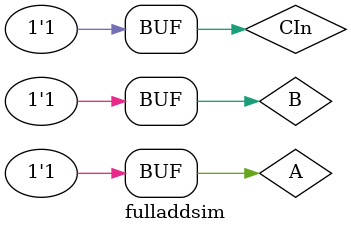
<source format=v>
`timescale 1ns / 1ps


module fulladdsim(

    );
    
    reg A, B, CIn;
    wire Sum, COut;
    
    fulladd dut (.A(A), .B(B), .Sum(Sum), .CIn(CIn), .COut(COut));
    
    initial
    begin
    
    //0+0+0
    A = 0;
    B = 0;
    CIn = 0;
    #10;
    
        //0+1
    A = 0;
    B = 0;
    CIn = 1;
    #10;
    
        //1+0
     A = 0;
    B = 1;
    CIn = 0;
    #10;
    
    //1+1
     A = 0;
    B = 1;
    CIn = 1;
    #10;
        
     A = 1;
    B = 0;
    CIn = 0;
    #10;
    
    
     A = 1;
    B = 0;
    CIn = 1;
    #10;
    
     A = 1;
    B = 1;
    CIn = 0;
    #10;
    
     A = 1;
    B = 1;
    CIn = 1;
    #10;
    
    end
endmodule

</source>
